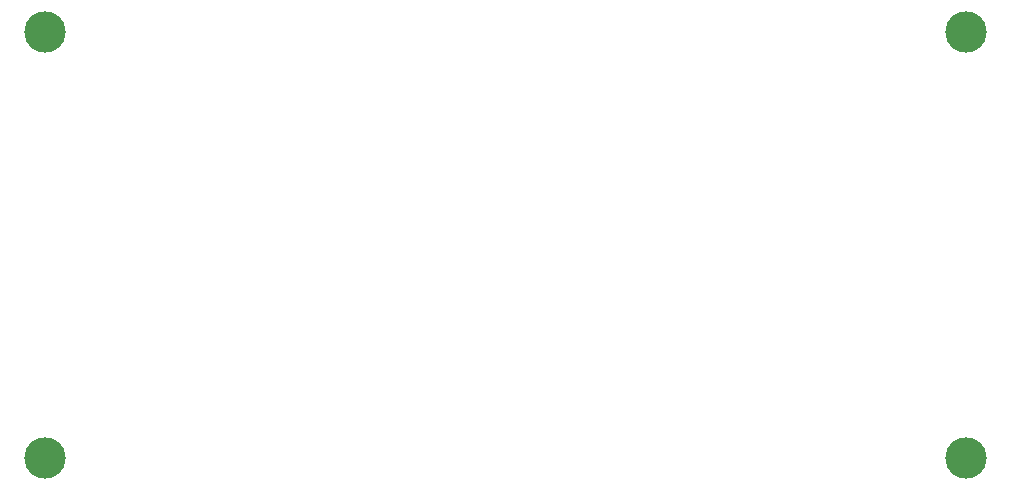
<source format=gbr>
%TF.GenerationSoftware,KiCad,Pcbnew,9.0.6*%
%TF.CreationDate,2025-11-29T13:29:29+01:00*%
%TF.ProjectId,AMN_230V_pcb,414d4e5f-3233-4305-965f-7063622e6b69,rev?*%
%TF.SameCoordinates,Original*%
%TF.FileFunction,NonPlated,1,2,NPTH,Drill*%
%TF.FilePolarity,Positive*%
%FSLAX46Y46*%
G04 Gerber Fmt 4.6, Leading zero omitted, Abs format (unit mm)*
G04 Created by KiCad (PCBNEW 9.0.6) date 2025-11-29 13:29:29*
%MOMM*%
%LPD*%
G01*
G04 APERTURE LIST*
%TA.AperFunction,ComponentDrill*%
%ADD10C,3.500000*%
%TD*%
G04 APERTURE END LIST*
D10*
%TO.C,H1*%
X67350000Y-83350000D03*
%TO.C,H4*%
X67350000Y-119350000D03*
%TO.C,H2*%
X145350000Y-83350000D03*
%TO.C,H3*%
X145350000Y-119350000D03*
M02*

</source>
